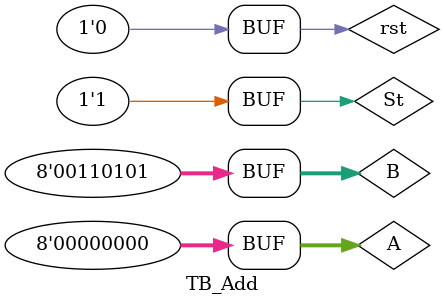
<source format=v>
`timescale 1ns / 1ps



module TB_Add();
    reg St = 0;
    reg rst = 0;
    reg [7:0]A = 0;
    reg [7:0]B = 0;

    wire[7:0] Sum;


Float_Add A1(
    rst,
    St,
    A,
    B,
    Sum
    );

initial begin  
    St = 1;
    A = 7'b00100000; //0.5
    B = 7'b00100000; //0.5
    if(Sum != 7'b00110000) 
        $display("case incorrect");
    #20
    
    St = 0;
    A = 7'b00110000; //1
    B = 7'b00010100; //0.3125
    if(Sum != 7'b00010100) 
        $display("case incorrect");
    #20
    
    St = 1;
    A = 7'b00000000;
    B = 7'b00000000; //?
    if(Sum != 7'b00000000) 
        $display("case incorrect");
    #20
    
    A = 7'b00000000;
    B = 7'b00110101; //?
    if(Sum != 7'b00110101) 
        $display("case incorrect");

end

endmodule

</source>
